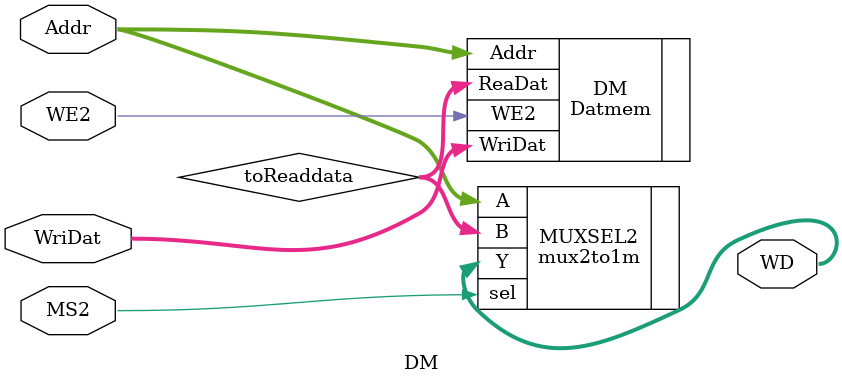
<source format=sv>
`timescale 1ns / 1ps


module DM(WE2, Addr, WriDat, WD, MS2);

parameter AWIDTH = 32;
parameter ALENGTH = 128;

output logic [AWIDTH - 1:0]WD;
input logic MS2;    
input logic WE2;
input logic [AWIDTH - 1:0] Addr;
input logic [AWIDTH - 1:0] WriDat;

wire [AWIDTH - 1:0] toReaddata;

Datmem DM(
          .ReaDat(toReaddata),
          .WE2(WE2), 
          .Addr(Addr), 
          .WriDat(WriDat)
          ); 
mux2to1m MUXSEL2(
          .A(Addr),
          .B(toReaddata),
          .sel(MS2),
          .Y(WD)
           );
endmodule

</source>
